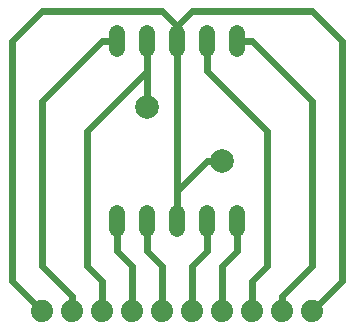
<source format=gbr>
G04 EAGLE Gerber RS-274X export*
G75*
%MOMM*%
%FSLAX34Y34*%
%LPD*%
%INBottom Copper*%
%IPPOS*%
%AMOC8*
5,1,8,0,0,1.08239X$1,22.5*%
G01*
%ADD10C,1.879600*%
%ADD11C,1.320800*%
%ADD12C,0.609600*%
%ADD13C,2.000000*%


D10*
X50800Y25400D03*
X76200Y25400D03*
X101600Y25400D03*
X127000Y25400D03*
X152400Y25400D03*
X177800Y25400D03*
X203200Y25400D03*
X228600Y25400D03*
X254000Y25400D03*
X279400Y25400D03*
D11*
X114300Y94996D02*
X114300Y108204D01*
X139700Y108204D02*
X139700Y94996D01*
X165100Y94996D02*
X165100Y108204D01*
X190500Y108204D02*
X190500Y94996D01*
X215900Y94996D02*
X215900Y108204D01*
X215900Y247396D02*
X215900Y260604D01*
X190500Y260604D02*
X190500Y247396D01*
X165100Y247396D02*
X165100Y260604D01*
X139700Y260604D02*
X139700Y247396D01*
X114300Y247396D02*
X114300Y260604D01*
D12*
X165100Y127000D02*
X165100Y101600D01*
X165100Y127000D02*
X165100Y254000D01*
X165100Y266700D02*
X177800Y279400D01*
X279400Y279400D02*
X304800Y254000D01*
X304800Y50800D01*
X279400Y25400D01*
X279400Y279400D02*
X177800Y279400D01*
X165100Y266700D02*
X165100Y254000D01*
X25400Y254000D02*
X25400Y50800D01*
X50800Y25400D01*
X25400Y254000D02*
X50800Y279400D01*
X152400Y279400D01*
X165100Y266700D01*
X190500Y152400D02*
X165100Y127000D01*
X190500Y152400D02*
X203200Y152400D01*
D13*
X203200Y152400D03*
D12*
X241300Y177800D02*
X190500Y228600D01*
X241300Y177800D02*
X241300Y63500D01*
X228600Y50800D01*
X228600Y25400D01*
X190500Y228600D02*
X190500Y254000D01*
X215900Y254000D02*
X228600Y254000D01*
X279400Y203200D01*
X279400Y63500D01*
X254000Y38100D01*
X254000Y25400D01*
X190500Y76200D02*
X190500Y101600D01*
X190500Y76200D02*
X177800Y63500D01*
X177800Y25400D01*
X139700Y76200D02*
X139700Y101600D01*
X139700Y76200D02*
X152400Y63500D01*
X152400Y25400D01*
X114300Y76200D02*
X114300Y101600D01*
X114300Y76200D02*
X127000Y63500D01*
X127000Y25400D01*
X139700Y228600D02*
X139700Y254000D01*
X139700Y228600D02*
X88900Y177800D01*
X101600Y50800D02*
X101600Y25400D01*
X101600Y50800D02*
X88900Y63500D01*
X88900Y177800D01*
X139700Y198120D02*
X139700Y228600D01*
D13*
X139700Y198120D03*
D12*
X114300Y254000D02*
X101600Y254000D01*
X50800Y203200D01*
X76200Y38100D02*
X76200Y25400D01*
X76200Y38100D02*
X50800Y63500D01*
X50800Y203200D01*
X215900Y101600D02*
X215900Y76200D01*
X203200Y63500D01*
X203200Y25400D01*
M02*

</source>
